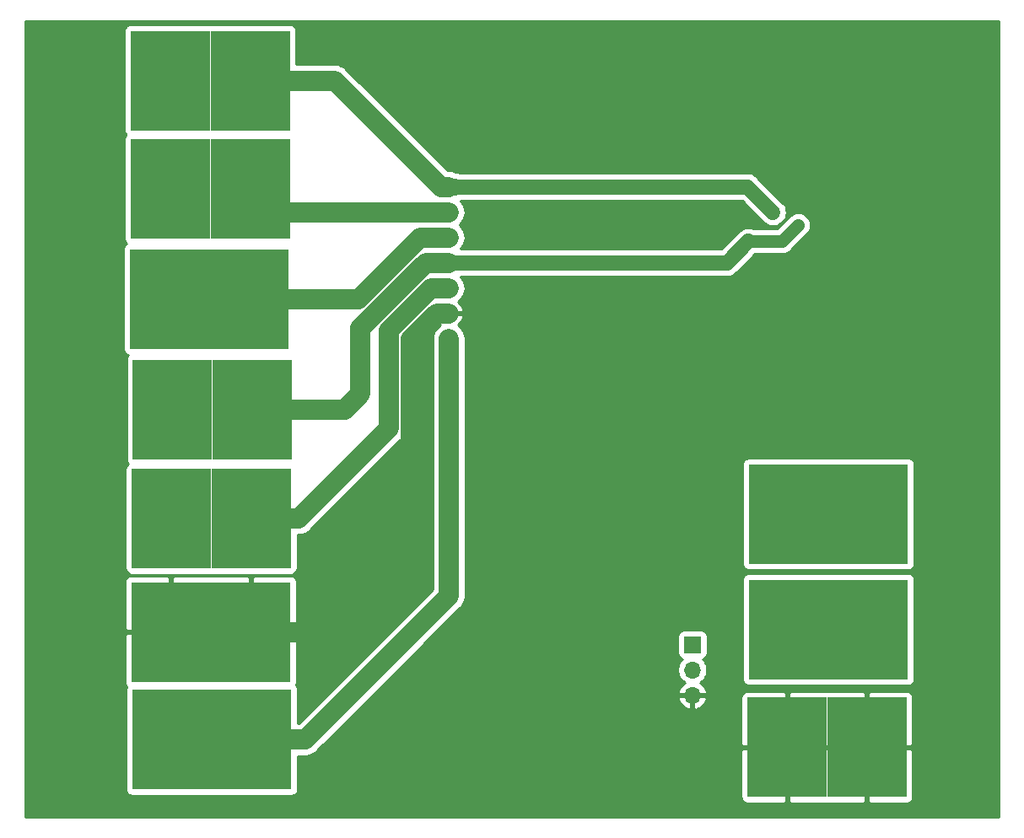
<source format=gbr>
%TF.GenerationSoftware,KiCad,Pcbnew,(5.1.10)-1*%
%TF.CreationDate,2022-03-06T22:53:43-08:00*%
%TF.ProjectId,bb2,6262322e-6b69-4636-9164-5f7063625858,rev?*%
%TF.SameCoordinates,Original*%
%TF.FileFunction,Copper,L2,Bot*%
%TF.FilePolarity,Positive*%
%FSLAX46Y46*%
G04 Gerber Fmt 4.6, Leading zero omitted, Abs format (unit mm)*
G04 Created by KiCad (PCBNEW (5.1.10)-1) date 2022-03-06 22:53:43*
%MOMM*%
%LPD*%
G01*
G04 APERTURE LIST*
%TA.AperFunction,ComponentPad*%
%ADD10R,8.000000X10.000000*%
%TD*%
%TA.AperFunction,ComponentPad*%
%ADD11O,1.700000X1.700000*%
%TD*%
%TA.AperFunction,ComponentPad*%
%ADD12R,1.700000X1.700000*%
%TD*%
%TA.AperFunction,ViaPad*%
%ADD13C,0.800000*%
%TD*%
%TA.AperFunction,Conductor*%
%ADD14C,2.000000*%
%TD*%
%TA.AperFunction,Conductor*%
%ADD15C,1.500000*%
%TD*%
%TA.AperFunction,Conductor*%
%ADD16C,1.250000*%
%TD*%
%TA.AperFunction,Conductor*%
%ADD17C,0.254000*%
%TD*%
%TA.AperFunction,Conductor*%
%ADD18C,0.100000*%
%TD*%
G04 APERTURE END LIST*
D10*
%TO.P,J12,1*%
%TO.N,Net-(J12-Pad1)*%
X89028000Y-152857200D03*
X97028000Y-152857200D03*
%TD*%
%TO.P,J11,1*%
%TO.N,GND*%
X96926400Y-142036800D03*
X88926400Y-142036800D03*
%TD*%
%TO.P,J10,1*%
%TO.N,Net-(J10-Pad1)*%
X88977200Y-130657600D03*
X96977200Y-130657600D03*
%TD*%
%TO.P,J9,1*%
%TO.N,Net-(J2-Pad4)*%
X89078800Y-119684800D03*
X97078800Y-119684800D03*
%TD*%
%TO.P,J8,1*%
%TO.N,Net-(C6-Pad2)*%
X88774000Y-108610400D03*
X96774000Y-108610400D03*
%TD*%
%TO.P,J7,1*%
%TO.N,Net-(D1-Pad2)*%
X88875600Y-97536000D03*
X96875600Y-97536000D03*
%TD*%
%TO.P,J6,1*%
%TO.N,Net-(J2-Pad1)*%
X88875600Y-86664800D03*
X96875600Y-86664800D03*
%TD*%
%TO.P,J5,1*%
%TO.N,Net-(J1-Pad1)*%
X158926800Y-130200400D03*
X150926800Y-130200400D03*
%TD*%
%TO.P,J4,1*%
%TO.N,Net-(C1-Pad1)*%
X158926800Y-141782800D03*
X150926800Y-141782800D03*
%TD*%
%TO.P,J3,1*%
%TO.N,GND*%
X158774400Y-153619200D03*
X150774400Y-153619200D03*
%TD*%
D11*
%TO.P,J2,7*%
%TO.N,Net-(J12-Pad1)*%
X116840000Y-112572800D03*
%TO.P,J2,6*%
%TO.N,GND*%
X116840000Y-110032800D03*
%TO.P,J2,5*%
%TO.N,Net-(J10-Pad1)*%
X116840000Y-107492800D03*
%TO.P,J2,4*%
%TO.N,Net-(J2-Pad4)*%
X116840000Y-104952800D03*
%TO.P,J2,3*%
%TO.N,Net-(C6-Pad2)*%
X116840000Y-102412800D03*
%TO.P,J2,2*%
%TO.N,Net-(D1-Pad2)*%
X116840000Y-99872800D03*
D12*
%TO.P,J2,1*%
%TO.N,Net-(J2-Pad1)*%
X116840000Y-97332800D03*
%TD*%
D11*
%TO.P,J1,3*%
%TO.N,GND*%
X141274800Y-148386800D03*
%TO.P,J1,2*%
%TO.N,Net-(C1-Pad1)*%
X141274800Y-145846800D03*
D12*
%TO.P,J1,1*%
%TO.N,Net-(J1-Pad1)*%
X141274800Y-143306800D03*
%TD*%
D13*
%TO.N,Net-(J2-Pad4)*%
X146862800Y-102819200D03*
X151892000Y-101193600D03*
%TO.N,Net-(J2-Pad1)*%
X149352000Y-99872800D03*
%TD*%
D14*
%TO.N,GND*%
X104343200Y-142036800D02*
X96926400Y-142036800D01*
X113030000Y-112640719D02*
X113030000Y-133350000D01*
X113030000Y-133350000D02*
X104343200Y-142036800D01*
X115637919Y-110032800D02*
X113030000Y-112640719D01*
X116840000Y-110032800D02*
X115637919Y-110032800D01*
%TO.N,Net-(C6-Pad2)*%
X113924072Y-102412800D02*
X116840000Y-102412800D01*
X107726472Y-108610400D02*
X113924072Y-102412800D01*
X96774000Y-108610400D02*
X107726472Y-108610400D01*
%TO.N,Net-(D1-Pad2)*%
X99212400Y-99872800D02*
X116840000Y-99872800D01*
X96875600Y-97536000D02*
X99212400Y-99872800D01*
D15*
%TO.N,Net-(J2-Pad4)*%
X144729200Y-104952800D02*
X146862800Y-102819200D01*
X116840000Y-104952800D02*
X144729200Y-104952800D01*
D16*
X150266400Y-102819200D02*
X151892000Y-101193600D01*
X146862800Y-102819200D02*
X150266400Y-102819200D01*
D14*
X114495354Y-104952800D02*
X107950000Y-111498154D01*
X116840000Y-104952800D02*
X114495354Y-104952800D01*
X107950000Y-111498154D02*
X107950000Y-118110000D01*
X106375200Y-119684800D02*
X97078800Y-119684800D01*
X107950000Y-118110000D02*
X106375200Y-119684800D01*
D15*
%TO.N,Net-(J2-Pad1)*%
X146812000Y-97332800D02*
X116840000Y-97332800D01*
X149352000Y-99872800D02*
X146812000Y-97332800D01*
D14*
X105359200Y-86664800D02*
X96875600Y-86664800D01*
X116027200Y-97332800D02*
X105359200Y-86664800D01*
X116840000Y-97332800D02*
X116027200Y-97332800D01*
%TO.N,Net-(J12-Pad1)*%
X97028000Y-152857200D02*
X102412800Y-152857200D01*
X116840000Y-138430000D02*
X116840000Y-112572800D01*
X102412800Y-152857200D02*
X116840000Y-138430000D01*
%TO.N,Net-(J10-Pad1)*%
X96977200Y-130657600D02*
X101752400Y-130657600D01*
X115066636Y-107492800D02*
X116840000Y-107492800D01*
X110829990Y-111729446D02*
X115066636Y-107492800D01*
X110829990Y-121580010D02*
X110829990Y-111729446D01*
X101752400Y-130657600D02*
X110829990Y-121580010D01*
%TD*%
D17*
%TO.N,GND*%
X172035001Y-160605000D02*
X74345000Y-160605000D01*
X74345000Y-158619200D01*
X146136328Y-158619200D01*
X146148588Y-158743682D01*
X146184898Y-158863380D01*
X146243863Y-158973694D01*
X146323215Y-159070385D01*
X146419906Y-159149737D01*
X146530220Y-159208702D01*
X146649918Y-159245012D01*
X146774400Y-159257272D01*
X150488650Y-159254200D01*
X150647400Y-159095450D01*
X150647400Y-153746200D01*
X150901400Y-153746200D01*
X150901400Y-159095450D01*
X151060150Y-159254200D01*
X154774400Y-159257272D01*
X158488650Y-159254200D01*
X158647400Y-159095450D01*
X158647400Y-153746200D01*
X158901400Y-153746200D01*
X158901400Y-159095450D01*
X159060150Y-159254200D01*
X162774400Y-159257272D01*
X162898882Y-159245012D01*
X163018580Y-159208702D01*
X163128894Y-159149737D01*
X163225585Y-159070385D01*
X163304937Y-158973694D01*
X163363902Y-158863380D01*
X163400212Y-158743682D01*
X163412472Y-158619200D01*
X163409400Y-153904950D01*
X163250650Y-153746200D01*
X158901400Y-153746200D01*
X158647400Y-153746200D01*
X150901400Y-153746200D01*
X150647400Y-153746200D01*
X146298150Y-153746200D01*
X146139400Y-153904950D01*
X146136328Y-158619200D01*
X74345000Y-158619200D01*
X74345000Y-147036800D01*
X84288328Y-147036800D01*
X84300588Y-147161282D01*
X84336898Y-147280980D01*
X84395863Y-147391294D01*
X84475215Y-147487985D01*
X84496149Y-147505165D01*
X84438498Y-147613020D01*
X84402188Y-147732718D01*
X84389928Y-147857200D01*
X84389928Y-157857200D01*
X84402188Y-157981682D01*
X84438498Y-158101380D01*
X84497463Y-158211694D01*
X84576815Y-158308385D01*
X84673506Y-158387737D01*
X84783820Y-158446702D01*
X84903518Y-158483012D01*
X85028000Y-158495272D01*
X101028000Y-158495272D01*
X101152482Y-158483012D01*
X101272180Y-158446702D01*
X101382494Y-158387737D01*
X101479185Y-158308385D01*
X101558537Y-158211694D01*
X101617502Y-158101380D01*
X101653812Y-157981682D01*
X101666072Y-157857200D01*
X101666072Y-154492200D01*
X102332481Y-154492200D01*
X102412800Y-154500111D01*
X102493119Y-154492200D01*
X102493122Y-154492200D01*
X102733316Y-154468543D01*
X103041515Y-154375052D01*
X103325552Y-154223231D01*
X103574514Y-154018914D01*
X103625725Y-153956513D01*
X108838548Y-148743690D01*
X139833324Y-148743690D01*
X139877975Y-148890899D01*
X140003159Y-149153720D01*
X140177212Y-149387069D01*
X140393445Y-149581978D01*
X140643548Y-149730957D01*
X140917909Y-149828281D01*
X141147800Y-149707614D01*
X141147800Y-148513800D01*
X141401800Y-148513800D01*
X141401800Y-149707614D01*
X141631691Y-149828281D01*
X141906052Y-149730957D01*
X142156155Y-149581978D01*
X142372388Y-149387069D01*
X142546441Y-149153720D01*
X142671625Y-148890899D01*
X142716276Y-148743690D01*
X142650579Y-148619200D01*
X146136328Y-148619200D01*
X146139400Y-153333450D01*
X146298150Y-153492200D01*
X150647400Y-153492200D01*
X150647400Y-148142950D01*
X150901400Y-148142950D01*
X150901400Y-153492200D01*
X158647400Y-153492200D01*
X158647400Y-148142950D01*
X158901400Y-148142950D01*
X158901400Y-153492200D01*
X163250650Y-153492200D01*
X163409400Y-153333450D01*
X163412472Y-148619200D01*
X163400212Y-148494718D01*
X163363902Y-148375020D01*
X163304937Y-148264706D01*
X163225585Y-148168015D01*
X163128894Y-148088663D01*
X163018580Y-148029698D01*
X162898882Y-147993388D01*
X162774400Y-147981128D01*
X159060150Y-147984200D01*
X158901400Y-148142950D01*
X158647400Y-148142950D01*
X158488650Y-147984200D01*
X154774400Y-147981128D01*
X151060150Y-147984200D01*
X150901400Y-148142950D01*
X150647400Y-148142950D01*
X150488650Y-147984200D01*
X146774400Y-147981128D01*
X146649918Y-147993388D01*
X146530220Y-148029698D01*
X146419906Y-148088663D01*
X146323215Y-148168015D01*
X146243863Y-148264706D01*
X146184898Y-148375020D01*
X146148588Y-148494718D01*
X146136328Y-148619200D01*
X142650579Y-148619200D01*
X142594955Y-148513800D01*
X141401800Y-148513800D01*
X141147800Y-148513800D01*
X139954645Y-148513800D01*
X139833324Y-148743690D01*
X108838548Y-148743690D01*
X115125438Y-142456800D01*
X139786728Y-142456800D01*
X139786728Y-144156800D01*
X139798988Y-144281282D01*
X139835298Y-144400980D01*
X139894263Y-144511294D01*
X139973615Y-144607985D01*
X140070306Y-144687337D01*
X140180620Y-144746302D01*
X140253180Y-144768313D01*
X140121325Y-144900168D01*
X139958810Y-145143389D01*
X139846868Y-145413642D01*
X139789800Y-145700540D01*
X139789800Y-145993060D01*
X139846868Y-146279958D01*
X139958810Y-146550211D01*
X140121325Y-146793432D01*
X140328168Y-147000275D01*
X140510334Y-147121995D01*
X140393445Y-147191622D01*
X140177212Y-147386531D01*
X140003159Y-147619880D01*
X139877975Y-147882701D01*
X139833324Y-148029910D01*
X139954645Y-148259800D01*
X141147800Y-148259800D01*
X141147800Y-148239800D01*
X141401800Y-148239800D01*
X141401800Y-148259800D01*
X142594955Y-148259800D01*
X142716276Y-148029910D01*
X142671625Y-147882701D01*
X142546441Y-147619880D01*
X142372388Y-147386531D01*
X142156155Y-147191622D01*
X142039266Y-147121995D01*
X142221432Y-147000275D01*
X142428275Y-146793432D01*
X142590790Y-146550211D01*
X142702732Y-146279958D01*
X142759800Y-145993060D01*
X142759800Y-145700540D01*
X142702732Y-145413642D01*
X142590790Y-145143389D01*
X142428275Y-144900168D01*
X142296420Y-144768313D01*
X142368980Y-144746302D01*
X142479294Y-144687337D01*
X142575985Y-144607985D01*
X142655337Y-144511294D01*
X142714302Y-144400980D01*
X142750612Y-144281282D01*
X142762872Y-144156800D01*
X142762872Y-142456800D01*
X142750612Y-142332318D01*
X142714302Y-142212620D01*
X142655337Y-142102306D01*
X142575985Y-142005615D01*
X142479294Y-141926263D01*
X142368980Y-141867298D01*
X142249282Y-141830988D01*
X142124800Y-141818728D01*
X140424800Y-141818728D01*
X140300318Y-141830988D01*
X140180620Y-141867298D01*
X140070306Y-141926263D01*
X139973615Y-142005615D01*
X139894263Y-142102306D01*
X139835298Y-142212620D01*
X139798988Y-142332318D01*
X139786728Y-142456800D01*
X115125438Y-142456800D01*
X117939320Y-139642919D01*
X118001714Y-139591714D01*
X118206031Y-139342752D01*
X118357852Y-139058715D01*
X118451343Y-138750516D01*
X118475000Y-138510322D01*
X118475000Y-138510320D01*
X118482911Y-138430000D01*
X118475000Y-138349681D01*
X118475000Y-136782800D01*
X146288728Y-136782800D01*
X146288728Y-146782800D01*
X146300988Y-146907282D01*
X146337298Y-147026980D01*
X146396263Y-147137294D01*
X146475615Y-147233985D01*
X146572306Y-147313337D01*
X146682620Y-147372302D01*
X146802318Y-147408612D01*
X146926800Y-147420872D01*
X162926800Y-147420872D01*
X163051282Y-147408612D01*
X163170980Y-147372302D01*
X163281294Y-147313337D01*
X163377985Y-147233985D01*
X163457337Y-147137294D01*
X163516302Y-147026980D01*
X163552612Y-146907282D01*
X163564872Y-146782800D01*
X163564872Y-136782800D01*
X163552612Y-136658318D01*
X163516302Y-136538620D01*
X163457337Y-136428306D01*
X163377985Y-136331615D01*
X163281294Y-136252263D01*
X163170980Y-136193298D01*
X163051282Y-136156988D01*
X162926800Y-136144728D01*
X146926800Y-136144728D01*
X146802318Y-136156988D01*
X146682620Y-136193298D01*
X146572306Y-136252263D01*
X146475615Y-136331615D01*
X146396263Y-136428306D01*
X146337298Y-136538620D01*
X146300988Y-136658318D01*
X146288728Y-136782800D01*
X118475000Y-136782800D01*
X118475000Y-125200400D01*
X146288728Y-125200400D01*
X146288728Y-135200400D01*
X146300988Y-135324882D01*
X146337298Y-135444580D01*
X146396263Y-135554894D01*
X146475615Y-135651585D01*
X146572306Y-135730937D01*
X146682620Y-135789902D01*
X146802318Y-135826212D01*
X146926800Y-135838472D01*
X162926800Y-135838472D01*
X163051282Y-135826212D01*
X163170980Y-135789902D01*
X163281294Y-135730937D01*
X163377985Y-135651585D01*
X163457337Y-135554894D01*
X163516302Y-135444580D01*
X163552612Y-135324882D01*
X163564872Y-135200400D01*
X163564872Y-125200400D01*
X163552612Y-125075918D01*
X163516302Y-124956220D01*
X163457337Y-124845906D01*
X163377985Y-124749215D01*
X163281294Y-124669863D01*
X163170980Y-124610898D01*
X163051282Y-124574588D01*
X162926800Y-124562328D01*
X146926800Y-124562328D01*
X146802318Y-124574588D01*
X146682620Y-124610898D01*
X146572306Y-124669863D01*
X146475615Y-124749215D01*
X146396263Y-124845906D01*
X146337298Y-124956220D01*
X146300988Y-125075918D01*
X146288728Y-125200400D01*
X118475000Y-125200400D01*
X118475000Y-112492478D01*
X118451343Y-112252284D01*
X118357852Y-111944085D01*
X118206031Y-111660048D01*
X118001714Y-111411086D01*
X117752752Y-111206769D01*
X117747813Y-111204129D01*
X117937588Y-111033069D01*
X118111641Y-110799720D01*
X118236825Y-110536899D01*
X118281476Y-110389690D01*
X118160155Y-110159800D01*
X116967000Y-110159800D01*
X116967000Y-110179800D01*
X116713000Y-110179800D01*
X116713000Y-110159800D01*
X115519845Y-110159800D01*
X115398524Y-110389690D01*
X115443175Y-110536899D01*
X115568359Y-110799720D01*
X115742412Y-111033069D01*
X115932187Y-111204129D01*
X115927249Y-111206769D01*
X115678287Y-111411086D01*
X115473970Y-111660048D01*
X115322149Y-111944085D01*
X115228658Y-112252284D01*
X115205001Y-112492478D01*
X115205000Y-137752761D01*
X101735562Y-151222200D01*
X101666072Y-151222200D01*
X101666072Y-147857200D01*
X101653812Y-147732718D01*
X101617502Y-147613020D01*
X101558537Y-147502706D01*
X101479185Y-147406015D01*
X101458251Y-147388835D01*
X101515902Y-147280980D01*
X101552212Y-147161282D01*
X101564472Y-147036800D01*
X101561400Y-142322550D01*
X101402650Y-142163800D01*
X97053400Y-142163800D01*
X97053400Y-142183800D01*
X96799400Y-142183800D01*
X96799400Y-142163800D01*
X89053400Y-142163800D01*
X89053400Y-142183800D01*
X88799400Y-142183800D01*
X88799400Y-142163800D01*
X84450150Y-142163800D01*
X84291400Y-142322550D01*
X84288328Y-147036800D01*
X74345000Y-147036800D01*
X74345000Y-137036800D01*
X84288328Y-137036800D01*
X84291400Y-141751050D01*
X84450150Y-141909800D01*
X88799400Y-141909800D01*
X88799400Y-136560550D01*
X89053400Y-136560550D01*
X89053400Y-141909800D01*
X96799400Y-141909800D01*
X96799400Y-136560550D01*
X97053400Y-136560550D01*
X97053400Y-141909800D01*
X101402650Y-141909800D01*
X101561400Y-141751050D01*
X101564472Y-137036800D01*
X101552212Y-136912318D01*
X101515902Y-136792620D01*
X101456937Y-136682306D01*
X101377585Y-136585615D01*
X101280894Y-136506263D01*
X101170580Y-136447298D01*
X101050882Y-136410988D01*
X100926400Y-136398728D01*
X97212150Y-136401800D01*
X97053400Y-136560550D01*
X96799400Y-136560550D01*
X96640650Y-136401800D01*
X92926400Y-136398728D01*
X89212150Y-136401800D01*
X89053400Y-136560550D01*
X88799400Y-136560550D01*
X88640650Y-136401800D01*
X84926400Y-136398728D01*
X84801918Y-136410988D01*
X84682220Y-136447298D01*
X84571906Y-136506263D01*
X84475215Y-136585615D01*
X84395863Y-136682306D01*
X84336898Y-136792620D01*
X84300588Y-136912318D01*
X84288328Y-137036800D01*
X74345000Y-137036800D01*
X74345000Y-103610400D01*
X84135928Y-103610400D01*
X84135928Y-113610400D01*
X84148188Y-113734882D01*
X84184498Y-113854580D01*
X84243463Y-113964894D01*
X84322815Y-114061585D01*
X84419506Y-114140937D01*
X84529820Y-114199902D01*
X84631216Y-114230660D01*
X84627615Y-114233615D01*
X84548263Y-114330306D01*
X84489298Y-114440620D01*
X84452988Y-114560318D01*
X84440728Y-114684800D01*
X84440728Y-124684800D01*
X84452988Y-124809282D01*
X84489298Y-124928980D01*
X84548263Y-125039294D01*
X84621264Y-125128246D01*
X84526015Y-125206415D01*
X84446663Y-125303106D01*
X84387698Y-125413420D01*
X84351388Y-125533118D01*
X84339128Y-125657600D01*
X84339128Y-135657600D01*
X84351388Y-135782082D01*
X84387698Y-135901780D01*
X84446663Y-136012094D01*
X84526015Y-136108785D01*
X84622706Y-136188137D01*
X84733020Y-136247102D01*
X84852718Y-136283412D01*
X84977200Y-136295672D01*
X100977200Y-136295672D01*
X101101682Y-136283412D01*
X101221380Y-136247102D01*
X101331694Y-136188137D01*
X101428385Y-136108785D01*
X101507737Y-136012094D01*
X101566702Y-135901780D01*
X101603012Y-135782082D01*
X101615272Y-135657600D01*
X101615272Y-132292600D01*
X101672081Y-132292600D01*
X101752400Y-132300511D01*
X101832719Y-132292600D01*
X101832722Y-132292600D01*
X102072916Y-132268943D01*
X102381115Y-132175452D01*
X102665152Y-132023631D01*
X102914114Y-131819314D01*
X102965325Y-131756913D01*
X111929310Y-122792929D01*
X111991704Y-122741724D01*
X112196021Y-122492762D01*
X112347842Y-122208725D01*
X112441333Y-121900526D01*
X112464990Y-121660332D01*
X112464990Y-121660330D01*
X112472901Y-121580010D01*
X112464990Y-121499691D01*
X112464990Y-112406684D01*
X115534310Y-109337365D01*
X115443175Y-109528701D01*
X115398524Y-109675910D01*
X115519845Y-109905800D01*
X116713000Y-109905800D01*
X116713000Y-109885800D01*
X116967000Y-109885800D01*
X116967000Y-109905800D01*
X118160155Y-109905800D01*
X118281476Y-109675910D01*
X118236825Y-109528701D01*
X118111641Y-109265880D01*
X117937588Y-109032531D01*
X117747813Y-108861471D01*
X117752752Y-108858831D01*
X118001714Y-108654514D01*
X118206031Y-108405552D01*
X118357852Y-108121515D01*
X118451343Y-107813316D01*
X118482911Y-107492800D01*
X118451343Y-107172284D01*
X118357852Y-106864085D01*
X118206031Y-106580048D01*
X118007224Y-106337800D01*
X144661171Y-106337800D01*
X144729200Y-106344500D01*
X144797229Y-106337800D01*
X144797237Y-106337800D01*
X145000707Y-106317760D01*
X145261781Y-106238564D01*
X145502388Y-106109957D01*
X145713281Y-105936881D01*
X145756654Y-105884031D01*
X147561486Y-104079200D01*
X150204517Y-104079200D01*
X150266400Y-104085295D01*
X150328283Y-104079200D01*
X150328293Y-104079200D01*
X150513403Y-104060968D01*
X150750914Y-103988920D01*
X150969805Y-103871920D01*
X151161665Y-103714465D01*
X151201123Y-103666385D01*
X152826719Y-102040790D01*
X152944720Y-101897005D01*
X153061720Y-101678114D01*
X153133768Y-101440603D01*
X153158096Y-101193600D01*
X153133768Y-100946597D01*
X153061720Y-100709086D01*
X152944720Y-100490195D01*
X152787265Y-100298335D01*
X152595405Y-100140880D01*
X152376514Y-100023880D01*
X152139003Y-99951832D01*
X151892000Y-99927504D01*
X151644997Y-99951832D01*
X151407486Y-100023880D01*
X151188595Y-100140880D01*
X151044810Y-100258881D01*
X149744492Y-101559200D01*
X147443581Y-101559200D01*
X147395380Y-101533436D01*
X147134307Y-101454241D01*
X146862799Y-101427500D01*
X146591292Y-101454241D01*
X146330219Y-101533436D01*
X146089611Y-101662044D01*
X145931566Y-101791748D01*
X144155515Y-103567800D01*
X118007224Y-103567800D01*
X118206031Y-103325552D01*
X118357852Y-103041515D01*
X118451343Y-102733316D01*
X118482911Y-102412800D01*
X118451343Y-102092284D01*
X118357852Y-101784085D01*
X118206031Y-101500048D01*
X118001714Y-101251086D01*
X117869767Y-101142800D01*
X118001714Y-101034514D01*
X118206031Y-100785552D01*
X118357852Y-100501515D01*
X118451343Y-100193316D01*
X118482911Y-99872800D01*
X118451343Y-99552284D01*
X118357852Y-99244085D01*
X118206031Y-98960048D01*
X118016042Y-98728545D01*
X118036144Y-98717800D01*
X146238315Y-98717800D01*
X148420766Y-100900251D01*
X148578811Y-101029956D01*
X148819418Y-101158563D01*
X149080492Y-101237759D01*
X149351999Y-101264500D01*
X149623506Y-101237759D01*
X149884580Y-101158563D01*
X150125187Y-101029956D01*
X150336080Y-100856880D01*
X150509156Y-100645987D01*
X150637763Y-100405380D01*
X150716959Y-100144306D01*
X150743700Y-99872799D01*
X150716959Y-99601292D01*
X150637763Y-99340218D01*
X150509156Y-99099611D01*
X150379451Y-98941566D01*
X147839454Y-96401569D01*
X147796081Y-96348719D01*
X147585188Y-96175643D01*
X147344581Y-96047036D01*
X147083507Y-95967840D01*
X146880037Y-95947800D01*
X146880029Y-95947800D01*
X146812000Y-95941100D01*
X146743971Y-95947800D01*
X118036144Y-95947800D01*
X117934180Y-95893298D01*
X117814482Y-95856988D01*
X117690000Y-95844728D01*
X117524429Y-95844728D01*
X117468715Y-95814948D01*
X117160516Y-95721457D01*
X116920322Y-95697800D01*
X116704439Y-95697800D01*
X106572125Y-85565487D01*
X106520914Y-85503086D01*
X106271952Y-85298769D01*
X105987915Y-85146948D01*
X105679716Y-85053457D01*
X105439522Y-85029800D01*
X105439519Y-85029800D01*
X105359200Y-85021889D01*
X105278881Y-85029800D01*
X101513672Y-85029800D01*
X101513672Y-81664800D01*
X101501412Y-81540318D01*
X101465102Y-81420620D01*
X101406137Y-81310306D01*
X101326785Y-81213615D01*
X101230094Y-81134263D01*
X101119780Y-81075298D01*
X101000082Y-81038988D01*
X100875600Y-81026728D01*
X84875600Y-81026728D01*
X84751118Y-81038988D01*
X84631420Y-81075298D01*
X84521106Y-81134263D01*
X84424415Y-81213615D01*
X84345063Y-81310306D01*
X84286098Y-81420620D01*
X84249788Y-81540318D01*
X84237528Y-81664800D01*
X84237528Y-91664800D01*
X84249788Y-91789282D01*
X84286098Y-91908980D01*
X84345063Y-92019294D01*
X84411625Y-92100400D01*
X84345063Y-92181506D01*
X84286098Y-92291820D01*
X84249788Y-92411518D01*
X84237528Y-92536000D01*
X84237528Y-102536000D01*
X84249788Y-102660482D01*
X84286098Y-102780180D01*
X84345063Y-102890494D01*
X84424415Y-102987185D01*
X84490866Y-103041720D01*
X84419506Y-103079863D01*
X84322815Y-103159215D01*
X84243463Y-103255906D01*
X84184498Y-103366220D01*
X84148188Y-103485918D01*
X84135928Y-103610400D01*
X74345000Y-103610400D01*
X74345000Y-80695000D01*
X172035000Y-80695000D01*
X172035001Y-160605000D01*
%TA.AperFunction,Conductor*%
D18*
G36*
X172035001Y-160605000D02*
G01*
X74345000Y-160605000D01*
X74345000Y-158619200D01*
X146136328Y-158619200D01*
X146148588Y-158743682D01*
X146184898Y-158863380D01*
X146243863Y-158973694D01*
X146323215Y-159070385D01*
X146419906Y-159149737D01*
X146530220Y-159208702D01*
X146649918Y-159245012D01*
X146774400Y-159257272D01*
X150488650Y-159254200D01*
X150647400Y-159095450D01*
X150647400Y-153746200D01*
X150901400Y-153746200D01*
X150901400Y-159095450D01*
X151060150Y-159254200D01*
X154774400Y-159257272D01*
X158488650Y-159254200D01*
X158647400Y-159095450D01*
X158647400Y-153746200D01*
X158901400Y-153746200D01*
X158901400Y-159095450D01*
X159060150Y-159254200D01*
X162774400Y-159257272D01*
X162898882Y-159245012D01*
X163018580Y-159208702D01*
X163128894Y-159149737D01*
X163225585Y-159070385D01*
X163304937Y-158973694D01*
X163363902Y-158863380D01*
X163400212Y-158743682D01*
X163412472Y-158619200D01*
X163409400Y-153904950D01*
X163250650Y-153746200D01*
X158901400Y-153746200D01*
X158647400Y-153746200D01*
X150901400Y-153746200D01*
X150647400Y-153746200D01*
X146298150Y-153746200D01*
X146139400Y-153904950D01*
X146136328Y-158619200D01*
X74345000Y-158619200D01*
X74345000Y-147036800D01*
X84288328Y-147036800D01*
X84300588Y-147161282D01*
X84336898Y-147280980D01*
X84395863Y-147391294D01*
X84475215Y-147487985D01*
X84496149Y-147505165D01*
X84438498Y-147613020D01*
X84402188Y-147732718D01*
X84389928Y-147857200D01*
X84389928Y-157857200D01*
X84402188Y-157981682D01*
X84438498Y-158101380D01*
X84497463Y-158211694D01*
X84576815Y-158308385D01*
X84673506Y-158387737D01*
X84783820Y-158446702D01*
X84903518Y-158483012D01*
X85028000Y-158495272D01*
X101028000Y-158495272D01*
X101152482Y-158483012D01*
X101272180Y-158446702D01*
X101382494Y-158387737D01*
X101479185Y-158308385D01*
X101558537Y-158211694D01*
X101617502Y-158101380D01*
X101653812Y-157981682D01*
X101666072Y-157857200D01*
X101666072Y-154492200D01*
X102332481Y-154492200D01*
X102412800Y-154500111D01*
X102493119Y-154492200D01*
X102493122Y-154492200D01*
X102733316Y-154468543D01*
X103041515Y-154375052D01*
X103325552Y-154223231D01*
X103574514Y-154018914D01*
X103625725Y-153956513D01*
X108838548Y-148743690D01*
X139833324Y-148743690D01*
X139877975Y-148890899D01*
X140003159Y-149153720D01*
X140177212Y-149387069D01*
X140393445Y-149581978D01*
X140643548Y-149730957D01*
X140917909Y-149828281D01*
X141147800Y-149707614D01*
X141147800Y-148513800D01*
X141401800Y-148513800D01*
X141401800Y-149707614D01*
X141631691Y-149828281D01*
X141906052Y-149730957D01*
X142156155Y-149581978D01*
X142372388Y-149387069D01*
X142546441Y-149153720D01*
X142671625Y-148890899D01*
X142716276Y-148743690D01*
X142650579Y-148619200D01*
X146136328Y-148619200D01*
X146139400Y-153333450D01*
X146298150Y-153492200D01*
X150647400Y-153492200D01*
X150647400Y-148142950D01*
X150901400Y-148142950D01*
X150901400Y-153492200D01*
X158647400Y-153492200D01*
X158647400Y-148142950D01*
X158901400Y-148142950D01*
X158901400Y-153492200D01*
X163250650Y-153492200D01*
X163409400Y-153333450D01*
X163412472Y-148619200D01*
X163400212Y-148494718D01*
X163363902Y-148375020D01*
X163304937Y-148264706D01*
X163225585Y-148168015D01*
X163128894Y-148088663D01*
X163018580Y-148029698D01*
X162898882Y-147993388D01*
X162774400Y-147981128D01*
X159060150Y-147984200D01*
X158901400Y-148142950D01*
X158647400Y-148142950D01*
X158488650Y-147984200D01*
X154774400Y-147981128D01*
X151060150Y-147984200D01*
X150901400Y-148142950D01*
X150647400Y-148142950D01*
X150488650Y-147984200D01*
X146774400Y-147981128D01*
X146649918Y-147993388D01*
X146530220Y-148029698D01*
X146419906Y-148088663D01*
X146323215Y-148168015D01*
X146243863Y-148264706D01*
X146184898Y-148375020D01*
X146148588Y-148494718D01*
X146136328Y-148619200D01*
X142650579Y-148619200D01*
X142594955Y-148513800D01*
X141401800Y-148513800D01*
X141147800Y-148513800D01*
X139954645Y-148513800D01*
X139833324Y-148743690D01*
X108838548Y-148743690D01*
X115125438Y-142456800D01*
X139786728Y-142456800D01*
X139786728Y-144156800D01*
X139798988Y-144281282D01*
X139835298Y-144400980D01*
X139894263Y-144511294D01*
X139973615Y-144607985D01*
X140070306Y-144687337D01*
X140180620Y-144746302D01*
X140253180Y-144768313D01*
X140121325Y-144900168D01*
X139958810Y-145143389D01*
X139846868Y-145413642D01*
X139789800Y-145700540D01*
X139789800Y-145993060D01*
X139846868Y-146279958D01*
X139958810Y-146550211D01*
X140121325Y-146793432D01*
X140328168Y-147000275D01*
X140510334Y-147121995D01*
X140393445Y-147191622D01*
X140177212Y-147386531D01*
X140003159Y-147619880D01*
X139877975Y-147882701D01*
X139833324Y-148029910D01*
X139954645Y-148259800D01*
X141147800Y-148259800D01*
X141147800Y-148239800D01*
X141401800Y-148239800D01*
X141401800Y-148259800D01*
X142594955Y-148259800D01*
X142716276Y-148029910D01*
X142671625Y-147882701D01*
X142546441Y-147619880D01*
X142372388Y-147386531D01*
X142156155Y-147191622D01*
X142039266Y-147121995D01*
X142221432Y-147000275D01*
X142428275Y-146793432D01*
X142590790Y-146550211D01*
X142702732Y-146279958D01*
X142759800Y-145993060D01*
X142759800Y-145700540D01*
X142702732Y-145413642D01*
X142590790Y-145143389D01*
X142428275Y-144900168D01*
X142296420Y-144768313D01*
X142368980Y-144746302D01*
X142479294Y-144687337D01*
X142575985Y-144607985D01*
X142655337Y-144511294D01*
X142714302Y-144400980D01*
X142750612Y-144281282D01*
X142762872Y-144156800D01*
X142762872Y-142456800D01*
X142750612Y-142332318D01*
X142714302Y-142212620D01*
X142655337Y-142102306D01*
X142575985Y-142005615D01*
X142479294Y-141926263D01*
X142368980Y-141867298D01*
X142249282Y-141830988D01*
X142124800Y-141818728D01*
X140424800Y-141818728D01*
X140300318Y-141830988D01*
X140180620Y-141867298D01*
X140070306Y-141926263D01*
X139973615Y-142005615D01*
X139894263Y-142102306D01*
X139835298Y-142212620D01*
X139798988Y-142332318D01*
X139786728Y-142456800D01*
X115125438Y-142456800D01*
X117939320Y-139642919D01*
X118001714Y-139591714D01*
X118206031Y-139342752D01*
X118357852Y-139058715D01*
X118451343Y-138750516D01*
X118475000Y-138510322D01*
X118475000Y-138510320D01*
X118482911Y-138430000D01*
X118475000Y-138349681D01*
X118475000Y-136782800D01*
X146288728Y-136782800D01*
X146288728Y-146782800D01*
X146300988Y-146907282D01*
X146337298Y-147026980D01*
X146396263Y-147137294D01*
X146475615Y-147233985D01*
X146572306Y-147313337D01*
X146682620Y-147372302D01*
X146802318Y-147408612D01*
X146926800Y-147420872D01*
X162926800Y-147420872D01*
X163051282Y-147408612D01*
X163170980Y-147372302D01*
X163281294Y-147313337D01*
X163377985Y-147233985D01*
X163457337Y-147137294D01*
X163516302Y-147026980D01*
X163552612Y-146907282D01*
X163564872Y-146782800D01*
X163564872Y-136782800D01*
X163552612Y-136658318D01*
X163516302Y-136538620D01*
X163457337Y-136428306D01*
X163377985Y-136331615D01*
X163281294Y-136252263D01*
X163170980Y-136193298D01*
X163051282Y-136156988D01*
X162926800Y-136144728D01*
X146926800Y-136144728D01*
X146802318Y-136156988D01*
X146682620Y-136193298D01*
X146572306Y-136252263D01*
X146475615Y-136331615D01*
X146396263Y-136428306D01*
X146337298Y-136538620D01*
X146300988Y-136658318D01*
X146288728Y-136782800D01*
X118475000Y-136782800D01*
X118475000Y-125200400D01*
X146288728Y-125200400D01*
X146288728Y-135200400D01*
X146300988Y-135324882D01*
X146337298Y-135444580D01*
X146396263Y-135554894D01*
X146475615Y-135651585D01*
X146572306Y-135730937D01*
X146682620Y-135789902D01*
X146802318Y-135826212D01*
X146926800Y-135838472D01*
X162926800Y-135838472D01*
X163051282Y-135826212D01*
X163170980Y-135789902D01*
X163281294Y-135730937D01*
X163377985Y-135651585D01*
X163457337Y-135554894D01*
X163516302Y-135444580D01*
X163552612Y-135324882D01*
X163564872Y-135200400D01*
X163564872Y-125200400D01*
X163552612Y-125075918D01*
X163516302Y-124956220D01*
X163457337Y-124845906D01*
X163377985Y-124749215D01*
X163281294Y-124669863D01*
X163170980Y-124610898D01*
X163051282Y-124574588D01*
X162926800Y-124562328D01*
X146926800Y-124562328D01*
X146802318Y-124574588D01*
X146682620Y-124610898D01*
X146572306Y-124669863D01*
X146475615Y-124749215D01*
X146396263Y-124845906D01*
X146337298Y-124956220D01*
X146300988Y-125075918D01*
X146288728Y-125200400D01*
X118475000Y-125200400D01*
X118475000Y-112492478D01*
X118451343Y-112252284D01*
X118357852Y-111944085D01*
X118206031Y-111660048D01*
X118001714Y-111411086D01*
X117752752Y-111206769D01*
X117747813Y-111204129D01*
X117937588Y-111033069D01*
X118111641Y-110799720D01*
X118236825Y-110536899D01*
X118281476Y-110389690D01*
X118160155Y-110159800D01*
X116967000Y-110159800D01*
X116967000Y-110179800D01*
X116713000Y-110179800D01*
X116713000Y-110159800D01*
X115519845Y-110159800D01*
X115398524Y-110389690D01*
X115443175Y-110536899D01*
X115568359Y-110799720D01*
X115742412Y-111033069D01*
X115932187Y-111204129D01*
X115927249Y-111206769D01*
X115678287Y-111411086D01*
X115473970Y-111660048D01*
X115322149Y-111944085D01*
X115228658Y-112252284D01*
X115205001Y-112492478D01*
X115205000Y-137752761D01*
X101735562Y-151222200D01*
X101666072Y-151222200D01*
X101666072Y-147857200D01*
X101653812Y-147732718D01*
X101617502Y-147613020D01*
X101558537Y-147502706D01*
X101479185Y-147406015D01*
X101458251Y-147388835D01*
X101515902Y-147280980D01*
X101552212Y-147161282D01*
X101564472Y-147036800D01*
X101561400Y-142322550D01*
X101402650Y-142163800D01*
X97053400Y-142163800D01*
X97053400Y-142183800D01*
X96799400Y-142183800D01*
X96799400Y-142163800D01*
X89053400Y-142163800D01*
X89053400Y-142183800D01*
X88799400Y-142183800D01*
X88799400Y-142163800D01*
X84450150Y-142163800D01*
X84291400Y-142322550D01*
X84288328Y-147036800D01*
X74345000Y-147036800D01*
X74345000Y-137036800D01*
X84288328Y-137036800D01*
X84291400Y-141751050D01*
X84450150Y-141909800D01*
X88799400Y-141909800D01*
X88799400Y-136560550D01*
X89053400Y-136560550D01*
X89053400Y-141909800D01*
X96799400Y-141909800D01*
X96799400Y-136560550D01*
X97053400Y-136560550D01*
X97053400Y-141909800D01*
X101402650Y-141909800D01*
X101561400Y-141751050D01*
X101564472Y-137036800D01*
X101552212Y-136912318D01*
X101515902Y-136792620D01*
X101456937Y-136682306D01*
X101377585Y-136585615D01*
X101280894Y-136506263D01*
X101170580Y-136447298D01*
X101050882Y-136410988D01*
X100926400Y-136398728D01*
X97212150Y-136401800D01*
X97053400Y-136560550D01*
X96799400Y-136560550D01*
X96640650Y-136401800D01*
X92926400Y-136398728D01*
X89212150Y-136401800D01*
X89053400Y-136560550D01*
X88799400Y-136560550D01*
X88640650Y-136401800D01*
X84926400Y-136398728D01*
X84801918Y-136410988D01*
X84682220Y-136447298D01*
X84571906Y-136506263D01*
X84475215Y-136585615D01*
X84395863Y-136682306D01*
X84336898Y-136792620D01*
X84300588Y-136912318D01*
X84288328Y-137036800D01*
X74345000Y-137036800D01*
X74345000Y-103610400D01*
X84135928Y-103610400D01*
X84135928Y-113610400D01*
X84148188Y-113734882D01*
X84184498Y-113854580D01*
X84243463Y-113964894D01*
X84322815Y-114061585D01*
X84419506Y-114140937D01*
X84529820Y-114199902D01*
X84631216Y-114230660D01*
X84627615Y-114233615D01*
X84548263Y-114330306D01*
X84489298Y-114440620D01*
X84452988Y-114560318D01*
X84440728Y-114684800D01*
X84440728Y-124684800D01*
X84452988Y-124809282D01*
X84489298Y-124928980D01*
X84548263Y-125039294D01*
X84621264Y-125128246D01*
X84526015Y-125206415D01*
X84446663Y-125303106D01*
X84387698Y-125413420D01*
X84351388Y-125533118D01*
X84339128Y-125657600D01*
X84339128Y-135657600D01*
X84351388Y-135782082D01*
X84387698Y-135901780D01*
X84446663Y-136012094D01*
X84526015Y-136108785D01*
X84622706Y-136188137D01*
X84733020Y-136247102D01*
X84852718Y-136283412D01*
X84977200Y-136295672D01*
X100977200Y-136295672D01*
X101101682Y-136283412D01*
X101221380Y-136247102D01*
X101331694Y-136188137D01*
X101428385Y-136108785D01*
X101507737Y-136012094D01*
X101566702Y-135901780D01*
X101603012Y-135782082D01*
X101615272Y-135657600D01*
X101615272Y-132292600D01*
X101672081Y-132292600D01*
X101752400Y-132300511D01*
X101832719Y-132292600D01*
X101832722Y-132292600D01*
X102072916Y-132268943D01*
X102381115Y-132175452D01*
X102665152Y-132023631D01*
X102914114Y-131819314D01*
X102965325Y-131756913D01*
X111929310Y-122792929D01*
X111991704Y-122741724D01*
X112196021Y-122492762D01*
X112347842Y-122208725D01*
X112441333Y-121900526D01*
X112464990Y-121660332D01*
X112464990Y-121660330D01*
X112472901Y-121580010D01*
X112464990Y-121499691D01*
X112464990Y-112406684D01*
X115534310Y-109337365D01*
X115443175Y-109528701D01*
X115398524Y-109675910D01*
X115519845Y-109905800D01*
X116713000Y-109905800D01*
X116713000Y-109885800D01*
X116967000Y-109885800D01*
X116967000Y-109905800D01*
X118160155Y-109905800D01*
X118281476Y-109675910D01*
X118236825Y-109528701D01*
X118111641Y-109265880D01*
X117937588Y-109032531D01*
X117747813Y-108861471D01*
X117752752Y-108858831D01*
X118001714Y-108654514D01*
X118206031Y-108405552D01*
X118357852Y-108121515D01*
X118451343Y-107813316D01*
X118482911Y-107492800D01*
X118451343Y-107172284D01*
X118357852Y-106864085D01*
X118206031Y-106580048D01*
X118007224Y-106337800D01*
X144661171Y-106337800D01*
X144729200Y-106344500D01*
X144797229Y-106337800D01*
X144797237Y-106337800D01*
X145000707Y-106317760D01*
X145261781Y-106238564D01*
X145502388Y-106109957D01*
X145713281Y-105936881D01*
X145756654Y-105884031D01*
X147561486Y-104079200D01*
X150204517Y-104079200D01*
X150266400Y-104085295D01*
X150328283Y-104079200D01*
X150328293Y-104079200D01*
X150513403Y-104060968D01*
X150750914Y-103988920D01*
X150969805Y-103871920D01*
X151161665Y-103714465D01*
X151201123Y-103666385D01*
X152826719Y-102040790D01*
X152944720Y-101897005D01*
X153061720Y-101678114D01*
X153133768Y-101440603D01*
X153158096Y-101193600D01*
X153133768Y-100946597D01*
X153061720Y-100709086D01*
X152944720Y-100490195D01*
X152787265Y-100298335D01*
X152595405Y-100140880D01*
X152376514Y-100023880D01*
X152139003Y-99951832D01*
X151892000Y-99927504D01*
X151644997Y-99951832D01*
X151407486Y-100023880D01*
X151188595Y-100140880D01*
X151044810Y-100258881D01*
X149744492Y-101559200D01*
X147443581Y-101559200D01*
X147395380Y-101533436D01*
X147134307Y-101454241D01*
X146862799Y-101427500D01*
X146591292Y-101454241D01*
X146330219Y-101533436D01*
X146089611Y-101662044D01*
X145931566Y-101791748D01*
X144155515Y-103567800D01*
X118007224Y-103567800D01*
X118206031Y-103325552D01*
X118357852Y-103041515D01*
X118451343Y-102733316D01*
X118482911Y-102412800D01*
X118451343Y-102092284D01*
X118357852Y-101784085D01*
X118206031Y-101500048D01*
X118001714Y-101251086D01*
X117869767Y-101142800D01*
X118001714Y-101034514D01*
X118206031Y-100785552D01*
X118357852Y-100501515D01*
X118451343Y-100193316D01*
X118482911Y-99872800D01*
X118451343Y-99552284D01*
X118357852Y-99244085D01*
X118206031Y-98960048D01*
X118016042Y-98728545D01*
X118036144Y-98717800D01*
X146238315Y-98717800D01*
X148420766Y-100900251D01*
X148578811Y-101029956D01*
X148819418Y-101158563D01*
X149080492Y-101237759D01*
X149351999Y-101264500D01*
X149623506Y-101237759D01*
X149884580Y-101158563D01*
X150125187Y-101029956D01*
X150336080Y-100856880D01*
X150509156Y-100645987D01*
X150637763Y-100405380D01*
X150716959Y-100144306D01*
X150743700Y-99872799D01*
X150716959Y-99601292D01*
X150637763Y-99340218D01*
X150509156Y-99099611D01*
X150379451Y-98941566D01*
X147839454Y-96401569D01*
X147796081Y-96348719D01*
X147585188Y-96175643D01*
X147344581Y-96047036D01*
X147083507Y-95967840D01*
X146880037Y-95947800D01*
X146880029Y-95947800D01*
X146812000Y-95941100D01*
X146743971Y-95947800D01*
X118036144Y-95947800D01*
X117934180Y-95893298D01*
X117814482Y-95856988D01*
X117690000Y-95844728D01*
X117524429Y-95844728D01*
X117468715Y-95814948D01*
X117160516Y-95721457D01*
X116920322Y-95697800D01*
X116704439Y-95697800D01*
X106572125Y-85565487D01*
X106520914Y-85503086D01*
X106271952Y-85298769D01*
X105987915Y-85146948D01*
X105679716Y-85053457D01*
X105439522Y-85029800D01*
X105439519Y-85029800D01*
X105359200Y-85021889D01*
X105278881Y-85029800D01*
X101513672Y-85029800D01*
X101513672Y-81664800D01*
X101501412Y-81540318D01*
X101465102Y-81420620D01*
X101406137Y-81310306D01*
X101326785Y-81213615D01*
X101230094Y-81134263D01*
X101119780Y-81075298D01*
X101000082Y-81038988D01*
X100875600Y-81026728D01*
X84875600Y-81026728D01*
X84751118Y-81038988D01*
X84631420Y-81075298D01*
X84521106Y-81134263D01*
X84424415Y-81213615D01*
X84345063Y-81310306D01*
X84286098Y-81420620D01*
X84249788Y-81540318D01*
X84237528Y-81664800D01*
X84237528Y-91664800D01*
X84249788Y-91789282D01*
X84286098Y-91908980D01*
X84345063Y-92019294D01*
X84411625Y-92100400D01*
X84345063Y-92181506D01*
X84286098Y-92291820D01*
X84249788Y-92411518D01*
X84237528Y-92536000D01*
X84237528Y-102536000D01*
X84249788Y-102660482D01*
X84286098Y-102780180D01*
X84345063Y-102890494D01*
X84424415Y-102987185D01*
X84490866Y-103041720D01*
X84419506Y-103079863D01*
X84322815Y-103159215D01*
X84243463Y-103255906D01*
X84184498Y-103366220D01*
X84148188Y-103485918D01*
X84135928Y-103610400D01*
X74345000Y-103610400D01*
X74345000Y-80695000D01*
X172035000Y-80695000D01*
X172035001Y-160605000D01*
G37*
%TD.AperFunction*%
%TD*%
M02*

</source>
